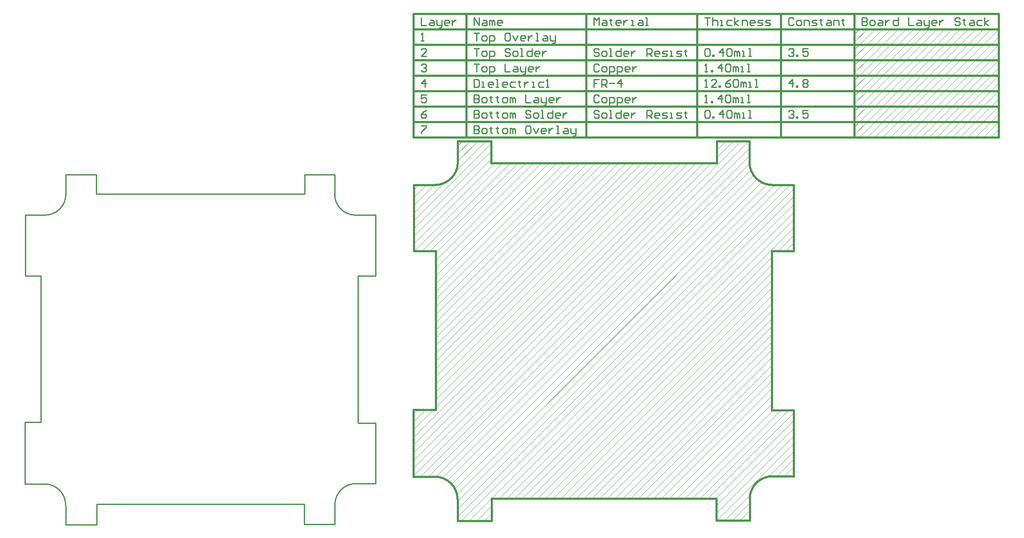
<source format=gko>
G04 Layer_Color=16711935*
%FSAX25Y25*%
%MOIN*%
G70*
G01*
G75*
%ADD26C,0.01500*%
%ADD50C,0.01000*%
%ADD51C,0.00787*%
%ADD54C,0.00100*%
D26*
X0417929Y0363660D02*
G03*
X0435540Y0381271I0000000J0017611D01*
G01*
X0661770D02*
G03*
X0679381Y0363660I0017611J0000000D01*
G01*
X0679598Y0137321D02*
G03*
X0661987Y0119710I0000000J-0017611D01*
G01*
X0435323Y0119385D02*
G03*
X0417712Y0136996I-0017611J0000000D01*
G01*
X0401144Y0484839D02*
X0855024D01*
X0401144Y0496839D02*
X0855024D01*
X0401144Y0400839D02*
Y0496839D01*
Y0400839D02*
X0442135D01*
X0401144Y0412839D02*
X0442135D01*
X0401144Y0424839D02*
X0442135D01*
X0401144Y0436839D02*
X0442135D01*
X0401144Y0448839D02*
X0442135D01*
X0401144Y0460839D02*
X0442135D01*
X0401144Y0472839D02*
X0442135D01*
Y0400839D02*
Y0496839D01*
Y0400839D02*
X0535109D01*
X0442135Y0412839D02*
X0535109D01*
X0442135Y0424839D02*
X0535109D01*
X0442135Y0436839D02*
X0535109D01*
X0442135Y0448839D02*
X0535109D01*
X0442135Y0460839D02*
X0535109D01*
X0442135Y0472839D02*
X0535109D01*
Y0400839D02*
Y0496839D01*
Y0400839D02*
X0621086D01*
X0535109Y0412839D02*
X0621086D01*
X0535109Y0424839D02*
X0621086D01*
X0535109Y0436839D02*
X0621086D01*
X0535109Y0448839D02*
X0621086D01*
X0535109Y0460839D02*
X0621086D01*
X0535109Y0472839D02*
X0621086D01*
Y0400839D02*
Y0496839D01*
Y0400839D02*
X0686070D01*
X0621086Y0412839D02*
X0686070D01*
X0621086Y0424839D02*
X0686070D01*
X0621086Y0436839D02*
X0686070D01*
X0621086Y0448839D02*
X0686070D01*
X0621086Y0460839D02*
X0686070D01*
X0621086Y0472839D02*
X0686070D01*
Y0400839D02*
Y0496839D01*
Y0400839D02*
X0743056D01*
X0686070Y0412839D02*
X0743056D01*
X0686070Y0424839D02*
X0743056D01*
X0686070Y0436839D02*
X0743056D01*
X0686070Y0448839D02*
X0743056D01*
X0686070Y0460839D02*
X0743056D01*
X0686070Y0472839D02*
X0743056D01*
Y0400839D02*
Y0496839D01*
Y0400839D02*
X0855024D01*
X0743056Y0412839D02*
X0855024D01*
X0743056Y0424839D02*
X0855024D01*
X0743056Y0436839D02*
X0855024D01*
X0743056Y0448839D02*
X0855024D01*
X0743056Y0460839D02*
X0855024D01*
X0743056Y0472839D02*
X0855024D01*
Y0400839D02*
Y0496839D01*
X0401144Y0136996D02*
Y0188969D01*
X0418287D01*
Y0312446D01*
X0401361D02*
X0418287D01*
X0401361D02*
Y0363660D01*
X0417929D01*
X0435540Y0381271D02*
Y0397839D01*
X0461255D01*
Y0380804D02*
Y0397839D01*
Y0380804D02*
X0636380D01*
Y0397731D01*
X0636489Y0397839D01*
X0661770D01*
Y0381271D02*
Y0397839D01*
X0679381Y0363660D02*
X0696166D01*
Y0312446D02*
Y0363660D01*
X0679131Y0312446D02*
X0696166D01*
X0679131Y0188535D02*
Y0312446D01*
Y0188535D02*
X0696166D01*
Y0137321D02*
Y0188535D01*
X0679598Y0137321D02*
X0696166D01*
X0661987Y0103142D02*
Y0119710D01*
X0636163Y0103142D02*
X0661987D01*
X0636163D02*
Y0120069D01*
X0461580D02*
X0636163D01*
X0461580Y0102817D02*
Y0120069D01*
X0435323Y0102817D02*
X0461580D01*
X0435323D02*
Y0119385D01*
X0401144Y0136996D02*
X0417712D01*
D50*
X0131300Y0115069D02*
G03*
X0115069Y0131300I-0016231J0000000D01*
G01*
X0356431Y0131600D02*
G03*
X0340200Y0115369I0000000J-0016231D01*
G01*
X0340000Y0356431D02*
G03*
X0356231Y0340200I0016231J0000000D01*
G01*
X0115269D02*
G03*
X0131500Y0356431I0000000J0016231D01*
G01*
X0099800Y0131300D02*
Y0179200D01*
Y0131300D02*
X0115069D01*
X0356431Y0131600D02*
X0371700D01*
X0356231Y0340200D02*
X0371700D01*
X0100000Y0293000D02*
Y0340200D01*
X0115269D01*
X0131500Y0356431D02*
Y0371700D01*
X0100000Y0293000D02*
X0112205D01*
X0316700Y0371700D02*
X0340000D01*
Y0356431D02*
Y0371700D01*
X0371700Y0293000D02*
Y0340200D01*
X0357972Y0293000D02*
X0371700D01*
X0357972Y0178800D02*
Y0293000D01*
X0371700Y0131600D02*
Y0178800D01*
X0357972D02*
X0371700D01*
X0340200Y0100100D02*
Y0115369D01*
X0316400Y0100100D02*
X0340200D01*
X0316400D02*
Y0115700D01*
X0155500D02*
X0316400D01*
X0155500Y0099800D02*
Y0115700D01*
X0131300Y0099800D02*
Y0115069D01*
Y0099800D02*
X0155500D01*
X0099800Y0179200D02*
X0112205D01*
Y0293000D01*
X0155200Y0356594D02*
X0316600D01*
Y0371600D01*
X0131500Y0371700D02*
X0155200D01*
Y0356594D02*
Y0371700D01*
X0407144Y0493837D02*
Y0487839D01*
X0411142D01*
X0414141Y0491838D02*
X0416141D01*
X0417140Y0490838D01*
Y0487839D01*
X0414141D01*
X0413142Y0488839D01*
X0414141Y0489839D01*
X0417140D01*
X0419140Y0491838D02*
Y0488839D01*
X0420140Y0487839D01*
X0423139D01*
Y0486839D01*
X0422139Y0485840D01*
X0421139D01*
X0423139Y0487839D02*
Y0491838D01*
X0428137Y0487839D02*
X0426138D01*
X0425138Y0488839D01*
Y0490838D01*
X0426138Y0491838D01*
X0428137D01*
X0429137Y0490838D01*
Y0489839D01*
X0425138D01*
X0431136Y0491838D02*
Y0487839D01*
Y0489839D01*
X0432136Y0490838D01*
X0433135Y0491838D01*
X0434135D01*
X0407144Y0409837D02*
X0411142D01*
Y0408838D01*
X0407144Y0404839D01*
Y0403839D01*
X0411142Y0421837D02*
X0409143Y0420837D01*
X0407144Y0418838D01*
Y0416839D01*
X0408143Y0415839D01*
X0410143D01*
X0411142Y0416839D01*
Y0417838D01*
X0410143Y0418838D01*
X0407144D01*
X0411142Y0433837D02*
X0407144D01*
Y0430838D01*
X0409143Y0431838D01*
X0410143D01*
X0411142Y0430838D01*
Y0428839D01*
X0410143Y0427839D01*
X0408143D01*
X0407144Y0428839D01*
X0410143Y0439839D02*
Y0445837D01*
X0407144Y0442838D01*
X0411142D01*
X0407144Y0456838D02*
X0408143Y0457837D01*
X0410143D01*
X0411142Y0456838D01*
Y0455838D01*
X0410143Y0454838D01*
X0409143D01*
X0410143D01*
X0411142Y0453838D01*
Y0452839D01*
X0410143Y0451839D01*
X0408143D01*
X0407144Y0452839D01*
X0411142Y0463839D02*
X0407144D01*
X0411142Y0467838D01*
Y0468837D01*
X0410143Y0469837D01*
X0408143D01*
X0407144Y0468837D01*
Y0475839D02*
X0409143D01*
X0408143D01*
Y0481837D01*
X0407144Y0480837D01*
X0448135Y0487839D02*
Y0493837D01*
X0452134Y0487839D01*
Y0493837D01*
X0455133Y0491838D02*
X0457132D01*
X0458132Y0490838D01*
Y0487839D01*
X0455133D01*
X0454133Y0488839D01*
X0455133Y0489839D01*
X0458132D01*
X0460131Y0487839D02*
Y0491838D01*
X0461131D01*
X0462130Y0490838D01*
Y0487839D01*
Y0490838D01*
X0463130Y0491838D01*
X0464130Y0490838D01*
Y0487839D01*
X0469128D02*
X0467129D01*
X0466129Y0488839D01*
Y0490838D01*
X0467129Y0491838D01*
X0469128D01*
X0470128Y0490838D01*
Y0489839D01*
X0466129D01*
X0448135Y0409837D02*
Y0403839D01*
X0451134D01*
X0452134Y0404839D01*
Y0405838D01*
X0451134Y0406838D01*
X0448135D01*
X0451134D01*
X0452134Y0407838D01*
Y0408838D01*
X0451134Y0409837D01*
X0448135D01*
X0455133Y0403839D02*
X0457132D01*
X0458132Y0404839D01*
Y0406838D01*
X0457132Y0407838D01*
X0455133D01*
X0454133Y0406838D01*
Y0404839D01*
X0455133Y0403839D01*
X0461131Y0408838D02*
Y0407838D01*
X0460131D01*
X0462130D01*
X0461131D01*
Y0404839D01*
X0462130Y0403839D01*
X0466129Y0408838D02*
Y0407838D01*
X0465130D01*
X0467129D01*
X0466129D01*
Y0404839D01*
X0467129Y0403839D01*
X0471128D02*
X0473127D01*
X0474127Y0404839D01*
Y0406838D01*
X0473127Y0407838D01*
X0471128D01*
X0470128Y0406838D01*
Y0404839D01*
X0471128Y0403839D01*
X0476126D02*
Y0407838D01*
X0477126D01*
X0478125Y0406838D01*
Y0403839D01*
Y0406838D01*
X0479125Y0407838D01*
X0480125Y0406838D01*
Y0403839D01*
X0491121Y0409837D02*
X0489122D01*
X0488122Y0408838D01*
Y0404839D01*
X0489122Y0403839D01*
X0491121D01*
X0492121Y0404839D01*
Y0408838D01*
X0491121Y0409837D01*
X0494120Y0407838D02*
X0496119Y0403839D01*
X0498119Y0407838D01*
X0503117Y0403839D02*
X0501118D01*
X0500118Y0404839D01*
Y0406838D01*
X0501118Y0407838D01*
X0503117D01*
X0504117Y0406838D01*
Y0405838D01*
X0500118D01*
X0506116Y0407838D02*
Y0403839D01*
Y0405838D01*
X0507116Y0406838D01*
X0508116Y0407838D01*
X0509115D01*
X0512114Y0403839D02*
X0514114D01*
X0513114D01*
Y0409837D01*
X0512114D01*
X0518112Y0407838D02*
X0520112D01*
X0521111Y0406838D01*
Y0403839D01*
X0518112D01*
X0517113Y0404839D01*
X0518112Y0405838D01*
X0521111D01*
X0523111Y0407838D02*
Y0404839D01*
X0524110Y0403839D01*
X0527109D01*
Y0402840D01*
X0526110Y0401840D01*
X0525110D01*
X0527109Y0403839D02*
Y0407838D01*
X0448135Y0421837D02*
Y0415839D01*
X0451134D01*
X0452134Y0416839D01*
Y0417838D01*
X0451134Y0418838D01*
X0448135D01*
X0451134D01*
X0452134Y0419838D01*
Y0420837D01*
X0451134Y0421837D01*
X0448135D01*
X0455133Y0415839D02*
X0457132D01*
X0458132Y0416839D01*
Y0418838D01*
X0457132Y0419838D01*
X0455133D01*
X0454133Y0418838D01*
Y0416839D01*
X0455133Y0415839D01*
X0461131Y0420837D02*
Y0419838D01*
X0460131D01*
X0462130D01*
X0461131D01*
Y0416839D01*
X0462130Y0415839D01*
X0466129Y0420837D02*
Y0419838D01*
X0465130D01*
X0467129D01*
X0466129D01*
Y0416839D01*
X0467129Y0415839D01*
X0471128D02*
X0473127D01*
X0474127Y0416839D01*
Y0418838D01*
X0473127Y0419838D01*
X0471128D01*
X0470128Y0418838D01*
Y0416839D01*
X0471128Y0415839D01*
X0476126D02*
Y0419838D01*
X0477126D01*
X0478125Y0418838D01*
Y0415839D01*
Y0418838D01*
X0479125Y0419838D01*
X0480125Y0418838D01*
Y0415839D01*
X0492121Y0420837D02*
X0491121Y0421837D01*
X0489122D01*
X0488122Y0420837D01*
Y0419838D01*
X0489122Y0418838D01*
X0491121D01*
X0492121Y0417838D01*
Y0416839D01*
X0491121Y0415839D01*
X0489122D01*
X0488122Y0416839D01*
X0495120Y0415839D02*
X0497119D01*
X0498119Y0416839D01*
Y0418838D01*
X0497119Y0419838D01*
X0495120D01*
X0494120Y0418838D01*
Y0416839D01*
X0495120Y0415839D01*
X0500118D02*
X0502117D01*
X0501118D01*
Y0421837D01*
X0500118D01*
X0509115D02*
Y0415839D01*
X0506116D01*
X0505117Y0416839D01*
Y0418838D01*
X0506116Y0419838D01*
X0509115D01*
X0514114Y0415839D02*
X0512114D01*
X0511115Y0416839D01*
Y0418838D01*
X0512114Y0419838D01*
X0514114D01*
X0515113Y0418838D01*
Y0417838D01*
X0511115D01*
X0517113Y0419838D02*
Y0415839D01*
Y0417838D01*
X0518112Y0418838D01*
X0519112Y0419838D01*
X0520112D01*
X0448135Y0433837D02*
Y0427839D01*
X0451134D01*
X0452134Y0428839D01*
Y0429839D01*
X0451134Y0430838D01*
X0448135D01*
X0451134D01*
X0452134Y0431838D01*
Y0432837D01*
X0451134Y0433837D01*
X0448135D01*
X0455133Y0427839D02*
X0457132D01*
X0458132Y0428839D01*
Y0430838D01*
X0457132Y0431838D01*
X0455133D01*
X0454133Y0430838D01*
Y0428839D01*
X0455133Y0427839D01*
X0461131Y0432837D02*
Y0431838D01*
X0460131D01*
X0462130D01*
X0461131D01*
Y0428839D01*
X0462130Y0427839D01*
X0466129Y0432837D02*
Y0431838D01*
X0465130D01*
X0467129D01*
X0466129D01*
Y0428839D01*
X0467129Y0427839D01*
X0471128D02*
X0473127D01*
X0474127Y0428839D01*
Y0430838D01*
X0473127Y0431838D01*
X0471128D01*
X0470128Y0430838D01*
Y0428839D01*
X0471128Y0427839D01*
X0476126D02*
Y0431838D01*
X0477126D01*
X0478125Y0430838D01*
Y0427839D01*
Y0430838D01*
X0479125Y0431838D01*
X0480125Y0430838D01*
Y0427839D01*
X0488122Y0433837D02*
Y0427839D01*
X0492121D01*
X0495120Y0431838D02*
X0497119D01*
X0498119Y0430838D01*
Y0427839D01*
X0495120D01*
X0494120Y0428839D01*
X0495120Y0429839D01*
X0498119D01*
X0500118Y0431838D02*
Y0428839D01*
X0501118Y0427839D01*
X0504117D01*
Y0426839D01*
X0503117Y0425840D01*
X0502117D01*
X0504117Y0427839D02*
Y0431838D01*
X0509115Y0427839D02*
X0507116D01*
X0506116Y0428839D01*
Y0430838D01*
X0507116Y0431838D01*
X0509115D01*
X0510115Y0430838D01*
Y0429839D01*
X0506116D01*
X0512114Y0431838D02*
Y0427839D01*
Y0429839D01*
X0513114Y0430838D01*
X0514114Y0431838D01*
X0515113D01*
X0448135Y0445837D02*
Y0439839D01*
X0451134D01*
X0452134Y0440839D01*
Y0444838D01*
X0451134Y0445837D01*
X0448135D01*
X0454133Y0439839D02*
X0456132D01*
X0455133D01*
Y0443838D01*
X0454133D01*
X0462130Y0439839D02*
X0460131D01*
X0459131Y0440839D01*
Y0442838D01*
X0460131Y0443838D01*
X0462130D01*
X0463130Y0442838D01*
Y0441839D01*
X0459131D01*
X0465130Y0439839D02*
X0467129D01*
X0466129D01*
Y0445837D01*
X0465130D01*
X0473127Y0439839D02*
X0471128D01*
X0470128Y0440839D01*
Y0442838D01*
X0471128Y0443838D01*
X0473127D01*
X0474127Y0442838D01*
Y0441839D01*
X0470128D01*
X0480125Y0443838D02*
X0477126D01*
X0476126Y0442838D01*
Y0440839D01*
X0477126Y0439839D01*
X0480125D01*
X0483124Y0444838D02*
Y0443838D01*
X0482124D01*
X0484123D01*
X0483124D01*
Y0440839D01*
X0484123Y0439839D01*
X0487122Y0443838D02*
Y0439839D01*
Y0441839D01*
X0488122Y0442838D01*
X0489122Y0443838D01*
X0490121D01*
X0493120Y0439839D02*
X0495120D01*
X0494120D01*
Y0443838D01*
X0493120D01*
X0502117D02*
X0499119D01*
X0498119Y0442838D01*
Y0440839D01*
X0499119Y0439839D01*
X0502117D01*
X0504117D02*
X0506116D01*
X0505117D01*
Y0445837D01*
X0504117Y0444838D01*
X0448135Y0457837D02*
X0452134D01*
X0450134D01*
Y0451839D01*
X0455133D02*
X0457132D01*
X0458132Y0452839D01*
Y0454838D01*
X0457132Y0455838D01*
X0455133D01*
X0454133Y0454838D01*
Y0452839D01*
X0455133Y0451839D01*
X0460131Y0449840D02*
Y0455838D01*
X0463130D01*
X0464130Y0454838D01*
Y0452839D01*
X0463130Y0451839D01*
X0460131D01*
X0472127Y0457837D02*
Y0451839D01*
X0476126D01*
X0479125Y0455838D02*
X0481124D01*
X0482124Y0454838D01*
Y0451839D01*
X0479125D01*
X0478125Y0452839D01*
X0479125Y0453838D01*
X0482124D01*
X0484123Y0455838D02*
Y0452839D01*
X0485123Y0451839D01*
X0488122D01*
Y0450840D01*
X0487122Y0449840D01*
X0486123D01*
X0488122Y0451839D02*
Y0455838D01*
X0493120Y0451839D02*
X0491121D01*
X0490121Y0452839D01*
Y0454838D01*
X0491121Y0455838D01*
X0493120D01*
X0494120Y0454838D01*
Y0453838D01*
X0490121D01*
X0496119Y0455838D02*
Y0451839D01*
Y0453838D01*
X0497119Y0454838D01*
X0498119Y0455838D01*
X0499119D01*
X0448135Y0469837D02*
X0452134D01*
X0450134D01*
Y0463839D01*
X0455133D02*
X0457132D01*
X0458132Y0464839D01*
Y0466838D01*
X0457132Y0467838D01*
X0455133D01*
X0454133Y0466838D01*
Y0464839D01*
X0455133Y0463839D01*
X0460131Y0461840D02*
Y0467838D01*
X0463130D01*
X0464130Y0466838D01*
Y0464839D01*
X0463130Y0463839D01*
X0460131D01*
X0476126Y0468837D02*
X0475126Y0469837D01*
X0473127D01*
X0472127Y0468837D01*
Y0467838D01*
X0473127Y0466838D01*
X0475126D01*
X0476126Y0465838D01*
Y0464839D01*
X0475126Y0463839D01*
X0473127D01*
X0472127Y0464839D01*
X0479125Y0463839D02*
X0481124D01*
X0482124Y0464839D01*
Y0466838D01*
X0481124Y0467838D01*
X0479125D01*
X0478125Y0466838D01*
Y0464839D01*
X0479125Y0463839D01*
X0484123D02*
X0486123D01*
X0485123D01*
Y0469837D01*
X0484123D01*
X0493120D02*
Y0463839D01*
X0490121D01*
X0489122Y0464839D01*
Y0466838D01*
X0490121Y0467838D01*
X0493120D01*
X0498119Y0463839D02*
X0496119D01*
X0495120Y0464839D01*
Y0466838D01*
X0496119Y0467838D01*
X0498119D01*
X0499119Y0466838D01*
Y0465838D01*
X0495120D01*
X0501118Y0467838D02*
Y0463839D01*
Y0465838D01*
X0502117Y0466838D01*
X0503117Y0467838D01*
X0504117D01*
X0448135Y0481837D02*
X0452134D01*
X0450134D01*
Y0475839D01*
X0455133D02*
X0457132D01*
X0458132Y0476839D01*
Y0478838D01*
X0457132Y0479838D01*
X0455133D01*
X0454133Y0478838D01*
Y0476839D01*
X0455133Y0475839D01*
X0460131Y0473840D02*
Y0479838D01*
X0463130D01*
X0464130Y0478838D01*
Y0476839D01*
X0463130Y0475839D01*
X0460131D01*
X0475126Y0481837D02*
X0473127D01*
X0472127Y0480837D01*
Y0476839D01*
X0473127Y0475839D01*
X0475126D01*
X0476126Y0476839D01*
Y0480837D01*
X0475126Y0481837D01*
X0478125Y0479838D02*
X0480125Y0475839D01*
X0482124Y0479838D01*
X0487122Y0475839D02*
X0485123D01*
X0484123Y0476839D01*
Y0478838D01*
X0485123Y0479838D01*
X0487122D01*
X0488122Y0478838D01*
Y0477839D01*
X0484123D01*
X0490121Y0479838D02*
Y0475839D01*
Y0477839D01*
X0491121Y0478838D01*
X0492121Y0479838D01*
X0493120D01*
X0496119Y0475839D02*
X0498119D01*
X0497119D01*
Y0481837D01*
X0496119D01*
X0502117Y0479838D02*
X0504117D01*
X0505117Y0478838D01*
Y0475839D01*
X0502117D01*
X0501118Y0476839D01*
X0502117Y0477839D01*
X0505117D01*
X0507116Y0479838D02*
Y0476839D01*
X0508116Y0475839D01*
X0511115D01*
Y0474839D01*
X0510115Y0473840D01*
X0509115D01*
X0511115Y0475839D02*
Y0479838D01*
X0541109Y0487839D02*
Y0493837D01*
X0543109Y0491838D01*
X0545108Y0493837D01*
Y0487839D01*
X0548107Y0491838D02*
X0550106D01*
X0551106Y0490838D01*
Y0487839D01*
X0548107D01*
X0547108Y0488839D01*
X0548107Y0489839D01*
X0551106D01*
X0554105Y0492837D02*
Y0491838D01*
X0553105D01*
X0555105D01*
X0554105D01*
Y0488839D01*
X0555105Y0487839D01*
X0561103D02*
X0559104D01*
X0558104Y0488839D01*
Y0490838D01*
X0559104Y0491838D01*
X0561103D01*
X0562103Y0490838D01*
Y0489839D01*
X0558104D01*
X0564102Y0491838D02*
Y0487839D01*
Y0489839D01*
X0565102Y0490838D01*
X0566101Y0491838D01*
X0567101D01*
X0570100Y0487839D02*
X0572099D01*
X0571100D01*
Y0491838D01*
X0570100D01*
X0576098D02*
X0578097D01*
X0579097Y0490838D01*
Y0487839D01*
X0576098D01*
X0575098Y0488839D01*
X0576098Y0489839D01*
X0579097D01*
X0581097Y0487839D02*
X0583096D01*
X0582096D01*
Y0493837D01*
X0581097D01*
X0545108Y0420837D02*
X0544108Y0421837D01*
X0542109D01*
X0541109Y0420837D01*
Y0419838D01*
X0542109Y0418838D01*
X0544108D01*
X0545108Y0417838D01*
Y0416839D01*
X0544108Y0415839D01*
X0542109D01*
X0541109Y0416839D01*
X0548107Y0415839D02*
X0550106D01*
X0551106Y0416839D01*
Y0418838D01*
X0550106Y0419838D01*
X0548107D01*
X0547108Y0418838D01*
Y0416839D01*
X0548107Y0415839D01*
X0553105D02*
X0555105D01*
X0554105D01*
Y0421837D01*
X0553105D01*
X0562103D02*
Y0415839D01*
X0559104D01*
X0558104Y0416839D01*
Y0418838D01*
X0559104Y0419838D01*
X0562103D01*
X0567101Y0415839D02*
X0565102D01*
X0564102Y0416839D01*
Y0418838D01*
X0565102Y0419838D01*
X0567101D01*
X0568101Y0418838D01*
Y0417838D01*
X0564102D01*
X0570100Y0419838D02*
Y0415839D01*
Y0417838D01*
X0571100Y0418838D01*
X0572099Y0419838D01*
X0573099D01*
X0582096Y0415839D02*
Y0421837D01*
X0585095D01*
X0586095Y0420837D01*
Y0418838D01*
X0585095Y0417838D01*
X0582096D01*
X0584095D02*
X0586095Y0415839D01*
X0591093D02*
X0589094D01*
X0588094Y0416839D01*
Y0418838D01*
X0589094Y0419838D01*
X0591093D01*
X0592093Y0418838D01*
Y0417838D01*
X0588094D01*
X0594092Y0415839D02*
X0597091D01*
X0598091Y0416839D01*
X0597091Y0417838D01*
X0595092D01*
X0594092Y0418838D01*
X0595092Y0419838D01*
X0598091D01*
X0600090Y0415839D02*
X0602090D01*
X0601090D01*
Y0419838D01*
X0600090D01*
X0605089Y0415839D02*
X0608088D01*
X0609087Y0416839D01*
X0608088Y0417838D01*
X0606088D01*
X0605089Y0418838D01*
X0606088Y0419838D01*
X0609087D01*
X0612086Y0420837D02*
Y0419838D01*
X0611087D01*
X0613086D01*
X0612086D01*
Y0416839D01*
X0613086Y0415839D01*
X0545108Y0432837D02*
X0544108Y0433837D01*
X0542109D01*
X0541109Y0432837D01*
Y0428839D01*
X0542109Y0427839D01*
X0544108D01*
X0545108Y0428839D01*
X0548107Y0427839D02*
X0550106D01*
X0551106Y0428839D01*
Y0430838D01*
X0550106Y0431838D01*
X0548107D01*
X0547108Y0430838D01*
Y0428839D01*
X0548107Y0427839D01*
X0553105Y0425840D02*
Y0431838D01*
X0556105D01*
X0557104Y0430838D01*
Y0428839D01*
X0556105Y0427839D01*
X0553105D01*
X0559104Y0425840D02*
Y0431838D01*
X0562103D01*
X0563102Y0430838D01*
Y0428839D01*
X0562103Y0427839D01*
X0559104D01*
X0568101D02*
X0566101D01*
X0565102Y0428839D01*
Y0430838D01*
X0566101Y0431838D01*
X0568101D01*
X0569100Y0430838D01*
Y0429839D01*
X0565102D01*
X0571100Y0431838D02*
Y0427839D01*
Y0429839D01*
X0572099Y0430838D01*
X0573099Y0431838D01*
X0574099D01*
X0545108Y0445837D02*
X0541109D01*
Y0442838D01*
X0543109D01*
X0541109D01*
Y0439839D01*
X0547108D02*
Y0445837D01*
X0550106D01*
X0551106Y0444838D01*
Y0442838D01*
X0550106Y0441839D01*
X0547108D01*
X0549107D02*
X0551106Y0439839D01*
X0553105Y0442838D02*
X0557104D01*
X0562103Y0439839D02*
Y0445837D01*
X0559104Y0442838D01*
X0563102D01*
X0545108Y0456838D02*
X0544108Y0457837D01*
X0542109D01*
X0541109Y0456838D01*
Y0452839D01*
X0542109Y0451839D01*
X0544108D01*
X0545108Y0452839D01*
X0548107Y0451839D02*
X0550106D01*
X0551106Y0452839D01*
Y0454838D01*
X0550106Y0455838D01*
X0548107D01*
X0547108Y0454838D01*
Y0452839D01*
X0548107Y0451839D01*
X0553105Y0449840D02*
Y0455838D01*
X0556105D01*
X0557104Y0454838D01*
Y0452839D01*
X0556105Y0451839D01*
X0553105D01*
X0559104Y0449840D02*
Y0455838D01*
X0562103D01*
X0563102Y0454838D01*
Y0452839D01*
X0562103Y0451839D01*
X0559104D01*
X0568101D02*
X0566101D01*
X0565102Y0452839D01*
Y0454838D01*
X0566101Y0455838D01*
X0568101D01*
X0569100Y0454838D01*
Y0453838D01*
X0565102D01*
X0571100Y0455838D02*
Y0451839D01*
Y0453838D01*
X0572099Y0454838D01*
X0573099Y0455838D01*
X0574099D01*
X0545108Y0468837D02*
X0544108Y0469837D01*
X0542109D01*
X0541109Y0468837D01*
Y0467838D01*
X0542109Y0466838D01*
X0544108D01*
X0545108Y0465838D01*
Y0464839D01*
X0544108Y0463839D01*
X0542109D01*
X0541109Y0464839D01*
X0548107Y0463839D02*
X0550106D01*
X0551106Y0464839D01*
Y0466838D01*
X0550106Y0467838D01*
X0548107D01*
X0547108Y0466838D01*
Y0464839D01*
X0548107Y0463839D01*
X0553105D02*
X0555105D01*
X0554105D01*
Y0469837D01*
X0553105D01*
X0562103D02*
Y0463839D01*
X0559104D01*
X0558104Y0464839D01*
Y0466838D01*
X0559104Y0467838D01*
X0562103D01*
X0567101Y0463839D02*
X0565102D01*
X0564102Y0464839D01*
Y0466838D01*
X0565102Y0467838D01*
X0567101D01*
X0568101Y0466838D01*
Y0465838D01*
X0564102D01*
X0570100Y0467838D02*
Y0463839D01*
Y0465838D01*
X0571100Y0466838D01*
X0572099Y0467838D01*
X0573099D01*
X0582096Y0463839D02*
Y0469837D01*
X0585095D01*
X0586095Y0468837D01*
Y0466838D01*
X0585095Y0465838D01*
X0582096D01*
X0584095D02*
X0586095Y0463839D01*
X0591093D02*
X0589094D01*
X0588094Y0464839D01*
Y0466838D01*
X0589094Y0467838D01*
X0591093D01*
X0592093Y0466838D01*
Y0465838D01*
X0588094D01*
X0594092Y0463839D02*
X0597091D01*
X0598091Y0464839D01*
X0597091Y0465838D01*
X0595092D01*
X0594092Y0466838D01*
X0595092Y0467838D01*
X0598091D01*
X0600090Y0463839D02*
X0602090D01*
X0601090D01*
Y0467838D01*
X0600090D01*
X0605089Y0463839D02*
X0608088D01*
X0609087Y0464839D01*
X0608088Y0465838D01*
X0606088D01*
X0605089Y0466838D01*
X0606088Y0467838D01*
X0609087D01*
X0612086Y0468837D02*
Y0467838D01*
X0611087D01*
X0613086D01*
X0612086D01*
Y0464839D01*
X0613086Y0463839D01*
X0627086Y0493837D02*
X0631085D01*
X0629085D01*
Y0487839D01*
X0633084Y0493837D02*
Y0487839D01*
Y0490838D01*
X0634084Y0491838D01*
X0636083D01*
X0637083Y0490838D01*
Y0487839D01*
X0639082D02*
X0641082D01*
X0640082D01*
Y0491838D01*
X0639082D01*
X0648079D02*
X0645080D01*
X0644081Y0490838D01*
Y0488839D01*
X0645080Y0487839D01*
X0648079D01*
X0650079D02*
Y0493837D01*
Y0489839D02*
X0653078Y0491838D01*
X0650079Y0489839D02*
X0653078Y0487839D01*
X0656077D02*
Y0491838D01*
X0659076D01*
X0660076Y0490838D01*
Y0487839D01*
X0665074D02*
X0663074D01*
X0662075Y0488839D01*
Y0490838D01*
X0663074Y0491838D01*
X0665074D01*
X0666074Y0490838D01*
Y0489839D01*
X0662075D01*
X0668073Y0487839D02*
X0671072D01*
X0672072Y0488839D01*
X0671072Y0489839D01*
X0669072D01*
X0668073Y0490838D01*
X0669072Y0491838D01*
X0672072D01*
X0674071Y0487839D02*
X0677070D01*
X0678070Y0488839D01*
X0677070Y0489839D01*
X0675071D01*
X0674071Y0490838D01*
X0675071Y0491838D01*
X0678070D01*
X0627086Y0420837D02*
X0628086Y0421837D01*
X0630085D01*
X0631085Y0420837D01*
Y0416839D01*
X0630085Y0415839D01*
X0628086D01*
X0627086Y0416839D01*
Y0420837D01*
X0633084Y0415839D02*
Y0416839D01*
X0634084D01*
Y0415839D01*
X0633084D01*
X0641082D02*
Y0421837D01*
X0638083Y0418838D01*
X0642081D01*
X0644081Y0420837D02*
X0645080Y0421837D01*
X0647080D01*
X0648079Y0420837D01*
Y0416839D01*
X0647080Y0415839D01*
X0645080D01*
X0644081Y0416839D01*
Y0420837D01*
X0650079Y0415839D02*
Y0419838D01*
X0651078D01*
X0652078Y0418838D01*
Y0415839D01*
Y0418838D01*
X0653078Y0419838D01*
X0654077Y0418838D01*
Y0415839D01*
X0656077D02*
X0658076D01*
X0657076D01*
Y0419838D01*
X0656077D01*
X0661075Y0415839D02*
X0663074D01*
X0662075D01*
Y0421837D01*
X0661075D01*
X0627086Y0427839D02*
X0629085D01*
X0628086D01*
Y0433837D01*
X0627086Y0432837D01*
X0632085Y0427839D02*
Y0428839D01*
X0633084D01*
Y0427839D01*
X0632085D01*
X0640082D02*
Y0433837D01*
X0637083Y0430838D01*
X0641082D01*
X0643081Y0432837D02*
X0644081Y0433837D01*
X0646080D01*
X0647080Y0432837D01*
Y0428839D01*
X0646080Y0427839D01*
X0644081D01*
X0643081Y0428839D01*
Y0432837D01*
X0649079Y0427839D02*
Y0431838D01*
X0650079D01*
X0651078Y0430838D01*
Y0427839D01*
Y0430838D01*
X0652078Y0431838D01*
X0653078Y0430838D01*
Y0427839D01*
X0655077D02*
X0657076D01*
X0656077D01*
Y0431838D01*
X0655077D01*
X0660076Y0427839D02*
X0662075D01*
X0661075D01*
Y0433837D01*
X0660076D01*
X0627086Y0439839D02*
X0629085D01*
X0628086D01*
Y0445837D01*
X0627086Y0444838D01*
X0636083Y0439839D02*
X0632085D01*
X0636083Y0443838D01*
Y0444838D01*
X0635083Y0445837D01*
X0633084D01*
X0632085Y0444838D01*
X0638083Y0439839D02*
Y0440839D01*
X0639082D01*
Y0439839D01*
X0638083D01*
X0647080Y0445837D02*
X0645080Y0444838D01*
X0643081Y0442838D01*
Y0440839D01*
X0644081Y0439839D01*
X0646080D01*
X0647080Y0440839D01*
Y0441839D01*
X0646080Y0442838D01*
X0643081D01*
X0649079Y0444838D02*
X0650079Y0445837D01*
X0652078D01*
X0653078Y0444838D01*
Y0440839D01*
X0652078Y0439839D01*
X0650079D01*
X0649079Y0440839D01*
Y0444838D01*
X0655077Y0439839D02*
Y0443838D01*
X0656077D01*
X0657076Y0442838D01*
Y0439839D01*
Y0442838D01*
X0658076Y0443838D01*
X0659076Y0442838D01*
Y0439839D01*
X0661075D02*
X0663074D01*
X0662075D01*
Y0443838D01*
X0661075D01*
X0666074Y0439839D02*
X0668073D01*
X0667073D01*
Y0445837D01*
X0666074D01*
X0627086Y0451839D02*
X0629085D01*
X0628086D01*
Y0457837D01*
X0627086Y0456838D01*
X0632085Y0451839D02*
Y0452839D01*
X0633084D01*
Y0451839D01*
X0632085D01*
X0640082D02*
Y0457837D01*
X0637083Y0454838D01*
X0641082D01*
X0643081Y0456838D02*
X0644081Y0457837D01*
X0646080D01*
X0647080Y0456838D01*
Y0452839D01*
X0646080Y0451839D01*
X0644081D01*
X0643081Y0452839D01*
Y0456838D01*
X0649079Y0451839D02*
Y0455838D01*
X0650079D01*
X0651078Y0454838D01*
Y0451839D01*
Y0454838D01*
X0652078Y0455838D01*
X0653078Y0454838D01*
Y0451839D01*
X0655077D02*
X0657076D01*
X0656077D01*
Y0455838D01*
X0655077D01*
X0660076Y0451839D02*
X0662075D01*
X0661075D01*
Y0457837D01*
X0660076D01*
X0627086Y0468837D02*
X0628086Y0469837D01*
X0630085D01*
X0631085Y0468837D01*
Y0464839D01*
X0630085Y0463839D01*
X0628086D01*
X0627086Y0464839D01*
Y0468837D01*
X0633084Y0463839D02*
Y0464839D01*
X0634084D01*
Y0463839D01*
X0633084D01*
X0641082D02*
Y0469837D01*
X0638083Y0466838D01*
X0642081D01*
X0644081Y0468837D02*
X0645080Y0469837D01*
X0647080D01*
X0648079Y0468837D01*
Y0464839D01*
X0647080Y0463839D01*
X0645080D01*
X0644081Y0464839D01*
Y0468837D01*
X0650079Y0463839D02*
Y0467838D01*
X0651078D01*
X0652078Y0466838D01*
Y0463839D01*
Y0466838D01*
X0653078Y0467838D01*
X0654077Y0466838D01*
Y0463839D01*
X0656077D02*
X0658076D01*
X0657076D01*
Y0467838D01*
X0656077D01*
X0661075Y0463839D02*
X0663074D01*
X0662075D01*
Y0469837D01*
X0661075D01*
X0696068Y0492837D02*
X0695069Y0493837D01*
X0693069D01*
X0692070Y0492837D01*
Y0488839D01*
X0693069Y0487839D01*
X0695069D01*
X0696068Y0488839D01*
X0699067Y0487839D02*
X0701067D01*
X0702066Y0488839D01*
Y0490838D01*
X0701067Y0491838D01*
X0699067D01*
X0698068Y0490838D01*
Y0488839D01*
X0699067Y0487839D01*
X0704066D02*
Y0491838D01*
X0707065D01*
X0708065Y0490838D01*
Y0487839D01*
X0710064D02*
X0713063D01*
X0714062Y0488839D01*
X0713063Y0489839D01*
X0711063D01*
X0710064Y0490838D01*
X0711063Y0491838D01*
X0714062D01*
X0717062Y0492837D02*
Y0491838D01*
X0716062D01*
X0718061D01*
X0717062D01*
Y0488839D01*
X0718061Y0487839D01*
X0722060Y0491838D02*
X0724059D01*
X0725059Y0490838D01*
Y0487839D01*
X0722060D01*
X0721060Y0488839D01*
X0722060Y0489839D01*
X0725059D01*
X0727058Y0487839D02*
Y0491838D01*
X0730057D01*
X0731057Y0490838D01*
Y0487839D01*
X0734056Y0492837D02*
Y0491838D01*
X0733056D01*
X0735056D01*
X0734056D01*
Y0488839D01*
X0735056Y0487839D01*
X0692070Y0420837D02*
X0693069Y0421837D01*
X0695069D01*
X0696068Y0420837D01*
Y0419838D01*
X0695069Y0418838D01*
X0694069D01*
X0695069D01*
X0696068Y0417838D01*
Y0416839D01*
X0695069Y0415839D01*
X0693069D01*
X0692070Y0416839D01*
X0698068Y0415839D02*
Y0416839D01*
X0699067D01*
Y0415839D01*
X0698068D01*
X0707065Y0421837D02*
X0703066D01*
Y0418838D01*
X0705065Y0419838D01*
X0706065D01*
X0707065Y0418838D01*
Y0416839D01*
X0706065Y0415839D01*
X0704066D01*
X0703066Y0416839D01*
X0695069Y0439839D02*
Y0445837D01*
X0692070Y0442838D01*
X0696068D01*
X0698068Y0439839D02*
Y0440839D01*
X0699067D01*
Y0439839D01*
X0698068D01*
X0703066Y0444838D02*
X0704066Y0445837D01*
X0706065D01*
X0707065Y0444838D01*
Y0443838D01*
X0706065Y0442838D01*
X0707065Y0441839D01*
Y0440839D01*
X0706065Y0439839D01*
X0704066D01*
X0703066Y0440839D01*
Y0441839D01*
X0704066Y0442838D01*
X0703066Y0443838D01*
Y0444838D01*
X0704066Y0442838D02*
X0706065D01*
X0692070Y0468837D02*
X0693069Y0469837D01*
X0695069D01*
X0696068Y0468837D01*
Y0467838D01*
X0695069Y0466838D01*
X0694069D01*
X0695069D01*
X0696068Y0465838D01*
Y0464839D01*
X0695069Y0463839D01*
X0693069D01*
X0692070Y0464839D01*
X0698068Y0463839D02*
Y0464839D01*
X0699067D01*
Y0463839D01*
X0698068D01*
X0707065Y0469837D02*
X0703066D01*
Y0466838D01*
X0705065Y0467838D01*
X0706065D01*
X0707065Y0466838D01*
Y0464839D01*
X0706065Y0463839D01*
X0704066D01*
X0703066Y0464839D01*
X0749056Y0493837D02*
Y0487839D01*
X0752055D01*
X0753054Y0488839D01*
Y0489839D01*
X0752055Y0490838D01*
X0749056D01*
X0752055D01*
X0753054Y0491838D01*
Y0492837D01*
X0752055Y0493837D01*
X0749056D01*
X0756053Y0487839D02*
X0758053D01*
X0759053Y0488839D01*
Y0490838D01*
X0758053Y0491838D01*
X0756053D01*
X0755054Y0490838D01*
Y0488839D01*
X0756053Y0487839D01*
X0762051Y0491838D02*
X0764051D01*
X0765051Y0490838D01*
Y0487839D01*
X0762051D01*
X0761052Y0488839D01*
X0762051Y0489839D01*
X0765051D01*
X0767050Y0491838D02*
Y0487839D01*
Y0489839D01*
X0768050Y0490838D01*
X0769049Y0491838D01*
X0770049D01*
X0777047Y0493837D02*
Y0487839D01*
X0774048D01*
X0773048Y0488839D01*
Y0490838D01*
X0774048Y0491838D01*
X0777047D01*
X0785044Y0493837D02*
Y0487839D01*
X0789043D01*
X0792042Y0491838D02*
X0794041D01*
X0795041Y0490838D01*
Y0487839D01*
X0792042D01*
X0791042Y0488839D01*
X0792042Y0489839D01*
X0795041D01*
X0797040Y0491838D02*
Y0488839D01*
X0798040Y0487839D01*
X0801039D01*
Y0486839D01*
X0800039Y0485840D01*
X0799040D01*
X0801039Y0487839D02*
Y0491838D01*
X0806037Y0487839D02*
X0804038D01*
X0803038Y0488839D01*
Y0490838D01*
X0804038Y0491838D01*
X0806037D01*
X0807037Y0490838D01*
Y0489839D01*
X0803038D01*
X0809036Y0491838D02*
Y0487839D01*
Y0489839D01*
X0810036Y0490838D01*
X0811036Y0491838D01*
X0812035D01*
X0825031Y0492837D02*
X0824032Y0493837D01*
X0822032D01*
X0821033Y0492837D01*
Y0491838D01*
X0822032Y0490838D01*
X0824032D01*
X0825031Y0489839D01*
Y0488839D01*
X0824032Y0487839D01*
X0822032D01*
X0821033Y0488839D01*
X0828030Y0492837D02*
Y0491838D01*
X0827030D01*
X0829030D01*
X0828030D01*
Y0488839D01*
X0829030Y0487839D01*
X0833029Y0491838D02*
X0835028D01*
X0836028Y0490838D01*
Y0487839D01*
X0833029D01*
X0832029Y0488839D01*
X0833029Y0489839D01*
X0836028D01*
X0842026Y0491838D02*
X0839027D01*
X0838027Y0490838D01*
Y0488839D01*
X0839027Y0487839D01*
X0842026D01*
X0844025D02*
Y0493837D01*
Y0489839D02*
X0847024Y0491838D01*
X0844025Y0489839D02*
X0847024Y0487839D01*
D51*
X0316600Y0371600D02*
X0316700Y0371700D01*
D54*
X0849024Y0400839D02*
X0855024Y0406839D01*
X0843024Y0400839D02*
X0855024Y0412839D01*
X0837024Y0400839D02*
X0849024Y0412839D01*
X0831024Y0400839D02*
X0843024Y0412839D01*
X0825024Y0400839D02*
X0837024Y0412839D01*
X0819024Y0400839D02*
X0831024Y0412839D01*
X0813024Y0400839D02*
X0825024Y0412839D01*
X0807024Y0400839D02*
X0819024Y0412839D01*
X0801024Y0400839D02*
X0813024Y0412839D01*
X0795024Y0400839D02*
X0807024Y0412839D01*
X0789024Y0400839D02*
X0801024Y0412839D01*
X0783024Y0400839D02*
X0795024Y0412839D01*
X0777024Y0400839D02*
X0789024Y0412839D01*
X0771024Y0400839D02*
X0783024Y0412839D01*
X0765024Y0400839D02*
X0777024Y0412839D01*
X0759024Y0400839D02*
X0771024Y0412839D01*
X0753024Y0400839D02*
X0765024Y0412839D01*
X0747024Y0400839D02*
X0759024Y0412839D01*
X0743056Y0402871D02*
X0753024Y0412839D01*
X0743056Y0408871D02*
X0747024Y0412839D01*
X0849024D02*
X0855024Y0418839D01*
X0843024Y0412839D02*
X0855024Y0424839D01*
X0837024Y0412839D02*
X0849024Y0424839D01*
X0831024Y0412839D02*
X0843024Y0424839D01*
X0825024Y0412839D02*
X0837024Y0424839D01*
X0819024Y0412839D02*
X0831024Y0424839D01*
X0813024Y0412839D02*
X0825024Y0424839D01*
X0807024Y0412839D02*
X0819024Y0424839D01*
X0801024Y0412839D02*
X0813024Y0424839D01*
X0795024Y0412839D02*
X0807024Y0424839D01*
X0789024Y0412839D02*
X0801024Y0424839D01*
X0783024Y0412839D02*
X0795024Y0424839D01*
X0777024Y0412839D02*
X0789024Y0424839D01*
X0771024Y0412839D02*
X0783024Y0424839D01*
X0765024Y0412839D02*
X0777024Y0424839D01*
X0759024Y0412839D02*
X0771024Y0424839D01*
X0753024Y0412839D02*
X0765024Y0424839D01*
X0747024Y0412839D02*
X0759024Y0424839D01*
X0743056Y0414871D02*
X0753024Y0424839D01*
X0743056Y0420871D02*
X0747024Y0424839D01*
X0849024D02*
X0855024Y0430839D01*
X0843024Y0424839D02*
X0855024Y0436839D01*
X0837024Y0424839D02*
X0849024Y0436839D01*
X0831024Y0424839D02*
X0843024Y0436839D01*
X0825024Y0424839D02*
X0837024Y0436839D01*
X0819024Y0424839D02*
X0831024Y0436839D01*
X0813024Y0424839D02*
X0825024Y0436839D01*
X0807024Y0424839D02*
X0819024Y0436839D01*
X0801024Y0424839D02*
X0813024Y0436839D01*
X0795024Y0424839D02*
X0807024Y0436839D01*
X0789024Y0424839D02*
X0801024Y0436839D01*
X0783024Y0424839D02*
X0795024Y0436839D01*
X0777024Y0424839D02*
X0789024Y0436839D01*
X0771024Y0424839D02*
X0783024Y0436839D01*
X0765024Y0424839D02*
X0777024Y0436839D01*
X0759024Y0424839D02*
X0771024Y0436839D01*
X0753024Y0424839D02*
X0765024Y0436839D01*
X0747024Y0424839D02*
X0759024Y0436839D01*
X0743056Y0426871D02*
X0753024Y0436839D01*
X0743056Y0432871D02*
X0747024Y0436839D01*
X0849024D02*
X0855024Y0442839D01*
X0843024Y0436839D02*
X0855024Y0448839D01*
X0837024Y0436839D02*
X0849024Y0448839D01*
X0831024Y0436839D02*
X0843024Y0448839D01*
X0825024Y0436839D02*
X0837024Y0448839D01*
X0819024Y0436839D02*
X0831024Y0448839D01*
X0813024Y0436839D02*
X0825024Y0448839D01*
X0807024Y0436839D02*
X0819024Y0448839D01*
X0801024Y0436839D02*
X0813024Y0448839D01*
X0795024Y0436839D02*
X0807024Y0448839D01*
X0789024Y0436839D02*
X0801024Y0448839D01*
X0783024Y0436839D02*
X0795024Y0448839D01*
X0777024Y0436839D02*
X0789024Y0448839D01*
X0771024Y0436839D02*
X0783024Y0448839D01*
X0765024Y0436839D02*
X0777024Y0448839D01*
X0759024Y0436839D02*
X0771024Y0448839D01*
X0753024Y0436839D02*
X0765024Y0448839D01*
X0747024Y0436839D02*
X0759024Y0448839D01*
X0743056Y0438871D02*
X0753024Y0448839D01*
X0743056Y0444871D02*
X0747024Y0448839D01*
X0849024D02*
X0855024Y0454839D01*
X0843024Y0448839D02*
X0855024Y0460839D01*
X0837024Y0448839D02*
X0849024Y0460839D01*
X0831024Y0448839D02*
X0843024Y0460839D01*
X0825024Y0448839D02*
X0837024Y0460839D01*
X0819024Y0448839D02*
X0831024Y0460839D01*
X0813024Y0448839D02*
X0825024Y0460839D01*
X0807024Y0448839D02*
X0819024Y0460839D01*
X0801024Y0448839D02*
X0813024Y0460839D01*
X0795024Y0448839D02*
X0807024Y0460839D01*
X0789024Y0448839D02*
X0801024Y0460839D01*
X0783024Y0448839D02*
X0795024Y0460839D01*
X0777024Y0448839D02*
X0789024Y0460839D01*
X0771024Y0448839D02*
X0783024Y0460839D01*
X0765024Y0448839D02*
X0777024Y0460839D01*
X0759024Y0448839D02*
X0771024Y0460839D01*
X0753024Y0448839D02*
X0765024Y0460839D01*
X0747024Y0448839D02*
X0759024Y0460839D01*
X0743056Y0450871D02*
X0753024Y0460839D01*
X0743056Y0456871D02*
X0747024Y0460839D01*
X0849024D02*
X0855024Y0466839D01*
X0843024Y0460839D02*
X0855024Y0472839D01*
X0837024Y0460839D02*
X0849024Y0472839D01*
X0831024Y0460839D02*
X0843024Y0472839D01*
X0825024Y0460839D02*
X0837024Y0472839D01*
X0819024Y0460839D02*
X0831024Y0472839D01*
X0813024Y0460839D02*
X0825024Y0472839D01*
X0807024Y0460839D02*
X0819024Y0472839D01*
X0801024Y0460839D02*
X0813024Y0472839D01*
X0795024Y0460839D02*
X0807024Y0472839D01*
X0789024Y0460839D02*
X0801024Y0472839D01*
X0783024Y0460839D02*
X0795024Y0472839D01*
X0777024Y0460839D02*
X0789024Y0472839D01*
X0771024Y0460839D02*
X0783024Y0472839D01*
X0765024Y0460839D02*
X0777024Y0472839D01*
X0759024Y0460839D02*
X0771024Y0472839D01*
X0753024Y0460839D02*
X0765024Y0472839D01*
X0747024Y0460839D02*
X0759024Y0472839D01*
X0743056Y0462871D02*
X0753024Y0472839D01*
X0743056Y0468871D02*
X0747024Y0472839D01*
X0849024D02*
X0855024Y0478839D01*
X0843024Y0472839D02*
X0855024Y0484839D01*
X0837024Y0472839D02*
X0849024Y0484839D01*
X0831024Y0472839D02*
X0843024Y0484839D01*
X0825024Y0472839D02*
X0837024Y0484839D01*
X0819024Y0472839D02*
X0831024Y0484839D01*
X0813024Y0472839D02*
X0825024Y0484839D01*
X0807024Y0472839D02*
X0819024Y0484839D01*
X0801024Y0472839D02*
X0813024Y0484839D01*
X0795024Y0472839D02*
X0807024Y0484839D01*
X0789024Y0472839D02*
X0801024Y0484839D01*
X0783024Y0472839D02*
X0795024Y0484839D01*
X0777024Y0472839D02*
X0789024Y0484839D01*
X0771024Y0472839D02*
X0783024Y0484839D01*
X0765024Y0472839D02*
X0777024Y0484839D01*
X0759024Y0472839D02*
X0771024Y0484839D01*
X0753024Y0472839D02*
X0765024Y0484839D01*
X0747024Y0472839D02*
X0759024Y0484839D01*
X0743056Y0474871D02*
X0753024Y0484839D01*
X0743056Y0480871D02*
X0747024Y0484839D01*
X0694594Y0137245D02*
X0696166Y0138817D01*
X0660415Y0103066D02*
X0661987Y0104638D01*
X0688594Y0137245D02*
X0696166Y0144817D01*
X0654415Y0103066D02*
X0661987Y0110638D01*
X0682594Y0137245D02*
X0696166Y0150817D01*
X0648415Y0103066D02*
X0661987Y0116638D01*
X0676269Y0136920D02*
X0696166Y0156817D01*
X0642415Y0103066D02*
X0662311Y0122962D01*
X0636415Y0103066D02*
X0696166Y0162817D01*
X0636163Y0108814D02*
X0696166Y0168817D01*
X0636163Y0114814D02*
X0696166Y0174817D01*
X0635342Y0119992D02*
X0696166Y0180817D01*
X0629342Y0119992D02*
X0696166Y0186817D01*
X0623342Y0119992D02*
X0691961Y0188612D01*
X0617342Y0119992D02*
X0685961Y0188612D01*
X0611341Y0119992D02*
X0679961Y0188612D01*
X0605341Y0119992D02*
X0679131Y0193782D01*
X0599341Y0119992D02*
X0679131Y0199782D01*
X0593341Y0119992D02*
X0679131Y0205782D01*
X0587341Y0119992D02*
X0679131Y0211782D01*
X0581342Y0119992D02*
X0679131Y0217782D01*
X0575342Y0119992D02*
X0679131Y0223782D01*
X0569342Y0119992D02*
X0679131Y0229782D01*
X0563342Y0119992D02*
X0679131Y0235782D01*
X0557341Y0119992D02*
X0679131Y0241782D01*
X0551341Y0119992D02*
X0679131Y0247782D01*
X0545341Y0119992D02*
X0679131Y0253782D01*
X0539341Y0119992D02*
X0679131Y0259782D01*
X0533342Y0119992D02*
X0679131Y0265782D01*
X0527342Y0119992D02*
X0679131Y0271782D01*
X0521342Y0119992D02*
X0679131Y0277782D01*
X0515342Y0119992D02*
X0679131Y0283782D01*
X0509341Y0119992D02*
X0679131Y0289782D01*
X0695719Y0312370D02*
X0696166Y0312817D01*
X0503341Y0119992D02*
X0679131Y0295782D01*
X0689719Y0312370D02*
X0696166Y0318817D01*
X0497341Y0119992D02*
X0679131Y0301782D01*
X0683719Y0312370D02*
X0696166Y0324817D01*
X0491341Y0119992D02*
X0679131Y0307782D01*
X0485342Y0119992D02*
X0696166Y0330817D01*
X0479342Y0119992D02*
X0696166Y0336817D01*
X0473342Y0119992D02*
X0696166Y0342817D01*
X0456112Y0102763D02*
X0461580Y0108231D01*
X0467342Y0119992D02*
X0696166Y0348817D01*
X0450112Y0102763D02*
X0461580Y0114231D01*
X0444112Y0102763D02*
X0696166Y0354817D01*
X0438112Y0102763D02*
X0696166Y0360817D01*
X0435323Y0105974D02*
X0693086Y0363737D01*
X0435323Y0111974D02*
X0687086Y0363737D01*
X0435323Y0117974D02*
X0681086Y0363737D01*
X0434796Y0123447D02*
X0675534Y0364185D01*
X0433119Y0127770D02*
X0671154Y0365806D01*
X0430611Y0131262D02*
X0667613Y0368264D01*
X0427372Y0134023D02*
X0664814Y0371465D01*
X0423342Y0135993D02*
X0662802Y0375453D01*
X0418251Y0136902D02*
X0661799Y0380451D01*
X0412268Y0136919D02*
X0661770Y0386421D01*
X0406269Y0136919D02*
X0661770Y0392421D01*
X0401144Y0137795D02*
X0661242Y0397893D01*
X0401144Y0143795D02*
X0655242Y0397893D01*
X0636380Y0385031D02*
X0649242Y0397893D01*
X0401144Y0149795D02*
X0632230Y0380881D01*
X0636380Y0391031D02*
X0643242Y0397893D01*
X0401144Y0155795D02*
X0626230Y0380881D01*
X0636380Y0397031D02*
X0637242Y0397893D01*
X0401144Y0161795D02*
X0620230Y0380881D01*
X0401144Y0167795D02*
X0614230Y0380881D01*
X0418287Y0190938D02*
X0608230Y0380881D01*
X0401144Y0173795D02*
X0416395Y0189046D01*
X0418287Y0196938D02*
X0602230Y0380881D01*
X0401144Y0179795D02*
X0410395Y0189046D01*
X0418287Y0202938D02*
X0596230Y0380881D01*
X0401144Y0185795D02*
X0404395Y0189046D01*
X0418287Y0208938D02*
X0590230Y0380881D01*
X0418287Y0214938D02*
X0584230Y0380881D01*
X0418287Y0220938D02*
X0578230Y0380881D01*
X0418287Y0226938D02*
X0572230Y0380881D01*
X0418287Y0232938D02*
X0566230Y0380881D01*
X0418287Y0238938D02*
X0560230Y0380881D01*
X0418287Y0244938D02*
X0554230Y0380881D01*
X0418287Y0250938D02*
X0548230Y0380881D01*
X0418287Y0256938D02*
X0542230Y0380881D01*
X0418287Y0262938D02*
X0536230Y0380881D01*
X0418287Y0268938D02*
X0530230Y0380881D01*
X0418287Y0274938D02*
X0524230Y0380881D01*
X0418287Y0280938D02*
X0518230Y0380881D01*
X0418287Y0286938D02*
X0512230Y0380881D01*
X0418287Y0292938D02*
X0506230Y0380881D01*
X0418287Y0298938D02*
X0500230Y0380881D01*
X0418287Y0304938D02*
X0494230Y0380881D01*
X0418287Y0310938D02*
X0488230Y0380881D01*
X0413719Y0312370D02*
X0482230Y0380881D01*
X0407719Y0312370D02*
X0476230Y0380881D01*
X0401719Y0312370D02*
X0470230Y0380881D01*
X0401361Y0318012D02*
X0464230Y0380881D01*
X0401361Y0324012D02*
X0461255Y0383906D01*
X0401361Y0330012D02*
X0461255Y0389906D01*
X0401361Y0336012D02*
X0461255Y0395906D01*
X0434301Y0374952D02*
X0457242Y0397893D01*
X0401361Y0342012D02*
X0424325Y0364976D01*
X0435540Y0382191D02*
X0451242Y0397893D01*
X0401361Y0348012D02*
X0417086Y0363737D01*
X0435540Y0388191D02*
X0445242Y0397893D01*
X0401361Y0354012D02*
X0411086Y0363737D01*
X0435540Y0394191D02*
X0439242Y0397893D01*
X0401361Y0360012D02*
X0405086Y0363737D01*
M02*

</source>
